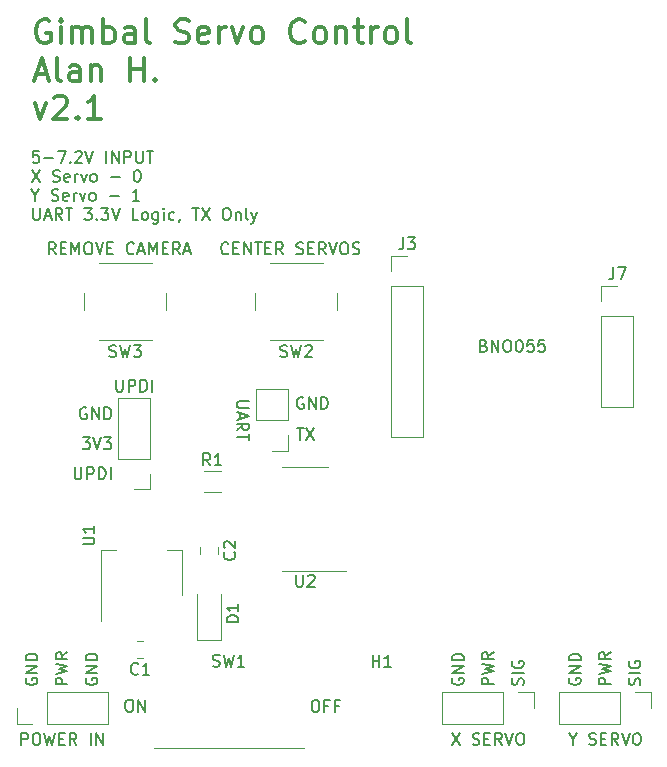
<source format=gbr>
%TF.GenerationSoftware,KiCad,Pcbnew,6.0.7-f9a2dced07~116~ubuntu22.04.1*%
%TF.CreationDate,2022-09-11T17:13:33-04:00*%
%TF.ProjectId,gimbal,67696d62-616c-42e6-9b69-6361645f7063,rev?*%
%TF.SameCoordinates,Original*%
%TF.FileFunction,Legend,Top*%
%TF.FilePolarity,Positive*%
%FSLAX46Y46*%
G04 Gerber Fmt 4.6, Leading zero omitted, Abs format (unit mm)*
G04 Created by KiCad (PCBNEW 6.0.7-f9a2dced07~116~ubuntu22.04.1) date 2022-09-11 17:13:33*
%MOMM*%
%LPD*%
G01*
G04 APERTURE LIST*
%ADD10C,0.150000*%
%ADD11C,0.300000*%
%ADD12C,0.120000*%
G04 APERTURE END LIST*
D10*
X145512404Y-95639000D02*
X145417166Y-95591380D01*
X145274309Y-95591380D01*
X145131452Y-95639000D01*
X145036214Y-95734238D01*
X144988595Y-95829476D01*
X144940976Y-96019952D01*
X144940976Y-96162809D01*
X144988595Y-96353285D01*
X145036214Y-96448523D01*
X145131452Y-96543761D01*
X145274309Y-96591380D01*
X145369547Y-96591380D01*
X145512404Y-96543761D01*
X145560023Y-96496142D01*
X145560023Y-96162809D01*
X145369547Y-96162809D01*
X145988595Y-96591380D02*
X145988595Y-95591380D01*
X146560023Y-96591380D01*
X146560023Y-95591380D01*
X147036214Y-96591380D02*
X147036214Y-95591380D01*
X147274309Y-95591380D01*
X147417166Y-95639000D01*
X147512404Y-95734238D01*
X147560023Y-95829476D01*
X147607642Y-96019952D01*
X147607642Y-96162809D01*
X147560023Y-96353285D01*
X147512404Y-96448523D01*
X147417166Y-96543761D01*
X147274309Y-96591380D01*
X147036214Y-96591380D01*
X168044000Y-119409595D02*
X167996380Y-119504833D01*
X167996380Y-119647690D01*
X168044000Y-119790547D01*
X168139238Y-119885785D01*
X168234476Y-119933404D01*
X168424952Y-119981023D01*
X168567809Y-119981023D01*
X168758285Y-119933404D01*
X168853523Y-119885785D01*
X168948761Y-119790547D01*
X168996380Y-119647690D01*
X168996380Y-119552452D01*
X168948761Y-119409595D01*
X168901142Y-119361976D01*
X168567809Y-119361976D01*
X168567809Y-119552452D01*
X168996380Y-118933404D02*
X167996380Y-118933404D01*
X168996380Y-118361976D01*
X167996380Y-118361976D01*
X168996380Y-117885785D02*
X167996380Y-117885785D01*
X167996380Y-117647690D01*
X168044000Y-117504833D01*
X168139238Y-117409595D01*
X168234476Y-117361976D01*
X168424952Y-117314357D01*
X168567809Y-117314357D01*
X168758285Y-117361976D01*
X168853523Y-117409595D01*
X168948761Y-117504833D01*
X168996380Y-117647690D01*
X168996380Y-117885785D01*
X158138000Y-119409595D02*
X158090380Y-119504833D01*
X158090380Y-119647690D01*
X158138000Y-119790547D01*
X158233238Y-119885785D01*
X158328476Y-119933404D01*
X158518952Y-119981023D01*
X158661809Y-119981023D01*
X158852285Y-119933404D01*
X158947523Y-119885785D01*
X159042761Y-119790547D01*
X159090380Y-119647690D01*
X159090380Y-119552452D01*
X159042761Y-119409595D01*
X158995142Y-119361976D01*
X158661809Y-119361976D01*
X158661809Y-119552452D01*
X159090380Y-118933404D02*
X158090380Y-118933404D01*
X159090380Y-118361976D01*
X158090380Y-118361976D01*
X159090380Y-117885785D02*
X158090380Y-117885785D01*
X158090380Y-117647690D01*
X158138000Y-117504833D01*
X158233238Y-117409595D01*
X158328476Y-117361976D01*
X158518952Y-117314357D01*
X158661809Y-117314357D01*
X158852285Y-117361976D01*
X158947523Y-117409595D01*
X159042761Y-117504833D01*
X159090380Y-117647690D01*
X159090380Y-117885785D01*
X168322095Y-124563190D02*
X168322095Y-125039380D01*
X167988761Y-124039380D02*
X168322095Y-124563190D01*
X168655428Y-124039380D01*
X169703047Y-124991761D02*
X169845904Y-125039380D01*
X170084000Y-125039380D01*
X170179238Y-124991761D01*
X170226857Y-124944142D01*
X170274476Y-124848904D01*
X170274476Y-124753666D01*
X170226857Y-124658428D01*
X170179238Y-124610809D01*
X170084000Y-124563190D01*
X169893523Y-124515571D01*
X169798285Y-124467952D01*
X169750666Y-124420333D01*
X169703047Y-124325095D01*
X169703047Y-124229857D01*
X169750666Y-124134619D01*
X169798285Y-124087000D01*
X169893523Y-124039380D01*
X170131619Y-124039380D01*
X170274476Y-124087000D01*
X170703047Y-124515571D02*
X171036380Y-124515571D01*
X171179238Y-125039380D02*
X170703047Y-125039380D01*
X170703047Y-124039380D01*
X171179238Y-124039380D01*
X172179238Y-125039380D02*
X171845904Y-124563190D01*
X171607809Y-125039380D02*
X171607809Y-124039380D01*
X171988761Y-124039380D01*
X172084000Y-124087000D01*
X172131619Y-124134619D01*
X172179238Y-124229857D01*
X172179238Y-124372714D01*
X172131619Y-124467952D01*
X172084000Y-124515571D01*
X171988761Y-124563190D01*
X171607809Y-124563190D01*
X172464952Y-124039380D02*
X172798285Y-125039380D01*
X173131619Y-124039380D01*
X173655428Y-124039380D02*
X173845904Y-124039380D01*
X173941142Y-124087000D01*
X174036380Y-124182238D01*
X174084000Y-124372714D01*
X174084000Y-124706047D01*
X174036380Y-124896523D01*
X173941142Y-124991761D01*
X173845904Y-125039380D01*
X173655428Y-125039380D01*
X173560190Y-124991761D01*
X173464952Y-124896523D01*
X173417333Y-124706047D01*
X173417333Y-124372714D01*
X173464952Y-124182238D01*
X173560190Y-124087000D01*
X173655428Y-124039380D01*
X161630380Y-119933404D02*
X160630380Y-119933404D01*
X160630380Y-119552452D01*
X160678000Y-119457214D01*
X160725619Y-119409595D01*
X160820857Y-119361976D01*
X160963714Y-119361976D01*
X161058952Y-119409595D01*
X161106571Y-119457214D01*
X161154190Y-119552452D01*
X161154190Y-119933404D01*
X160630380Y-119028642D02*
X161630380Y-118790547D01*
X160916095Y-118600071D01*
X161630380Y-118409595D01*
X160630380Y-118171500D01*
X161630380Y-117219119D02*
X161154190Y-117552452D01*
X161630380Y-117790547D02*
X160630380Y-117790547D01*
X160630380Y-117409595D01*
X160678000Y-117314357D01*
X160725619Y-117266738D01*
X160820857Y-117219119D01*
X160963714Y-117219119D01*
X161058952Y-117266738D01*
X161106571Y-117314357D01*
X161154190Y-117409595D01*
X161154190Y-117790547D01*
X122055000Y-119409595D02*
X122007380Y-119504833D01*
X122007380Y-119647690D01*
X122055000Y-119790547D01*
X122150238Y-119885785D01*
X122245476Y-119933404D01*
X122435952Y-119981023D01*
X122578809Y-119981023D01*
X122769285Y-119933404D01*
X122864523Y-119885785D01*
X122959761Y-119790547D01*
X123007380Y-119647690D01*
X123007380Y-119552452D01*
X122959761Y-119409595D01*
X122912142Y-119361976D01*
X122578809Y-119361976D01*
X122578809Y-119552452D01*
X123007380Y-118933404D02*
X122007380Y-118933404D01*
X123007380Y-118361976D01*
X122007380Y-118361976D01*
X123007380Y-117885785D02*
X122007380Y-117885785D01*
X122007380Y-117647690D01*
X122055000Y-117504833D01*
X122150238Y-117409595D01*
X122245476Y-117361976D01*
X122435952Y-117314357D01*
X122578809Y-117314357D01*
X122769285Y-117361976D01*
X122864523Y-117409595D01*
X122959761Y-117504833D01*
X123007380Y-117647690D01*
X123007380Y-117885785D01*
X127156785Y-96528000D02*
X127061547Y-96480380D01*
X126918690Y-96480380D01*
X126775833Y-96528000D01*
X126680595Y-96623238D01*
X126632976Y-96718476D01*
X126585357Y-96908952D01*
X126585357Y-97051809D01*
X126632976Y-97242285D01*
X126680595Y-97337523D01*
X126775833Y-97432761D01*
X126918690Y-97480380D01*
X127013928Y-97480380D01*
X127156785Y-97432761D01*
X127204404Y-97385142D01*
X127204404Y-97051809D01*
X127013928Y-97051809D01*
X127632976Y-97480380D02*
X127632976Y-96480380D01*
X128204404Y-97480380D01*
X128204404Y-96480380D01*
X128680595Y-97480380D02*
X128680595Y-96480380D01*
X128918690Y-96480380D01*
X129061547Y-96528000D01*
X129156785Y-96623238D01*
X129204404Y-96718476D01*
X129252023Y-96908952D01*
X129252023Y-97051809D01*
X129204404Y-97242285D01*
X129156785Y-97337523D01*
X129061547Y-97432761D01*
X128918690Y-97480380D01*
X128680595Y-97480380D01*
D11*
X124019809Y-63725000D02*
X123829333Y-63629761D01*
X123543619Y-63629761D01*
X123257904Y-63725000D01*
X123067428Y-63915476D01*
X122972190Y-64105952D01*
X122876952Y-64486904D01*
X122876952Y-64772619D01*
X122972190Y-65153571D01*
X123067428Y-65344047D01*
X123257904Y-65534523D01*
X123543619Y-65629761D01*
X123734095Y-65629761D01*
X124019809Y-65534523D01*
X124115047Y-65439285D01*
X124115047Y-64772619D01*
X123734095Y-64772619D01*
X124972190Y-65629761D02*
X124972190Y-64296428D01*
X124972190Y-63629761D02*
X124876952Y-63725000D01*
X124972190Y-63820238D01*
X125067428Y-63725000D01*
X124972190Y-63629761D01*
X124972190Y-63820238D01*
X125924571Y-65629761D02*
X125924571Y-64296428D01*
X125924571Y-64486904D02*
X126019809Y-64391666D01*
X126210285Y-64296428D01*
X126496000Y-64296428D01*
X126686476Y-64391666D01*
X126781714Y-64582142D01*
X126781714Y-65629761D01*
X126781714Y-64582142D02*
X126876952Y-64391666D01*
X127067428Y-64296428D01*
X127353142Y-64296428D01*
X127543619Y-64391666D01*
X127638857Y-64582142D01*
X127638857Y-65629761D01*
X128591238Y-65629761D02*
X128591238Y-63629761D01*
X128591238Y-64391666D02*
X128781714Y-64296428D01*
X129162666Y-64296428D01*
X129353142Y-64391666D01*
X129448380Y-64486904D01*
X129543619Y-64677380D01*
X129543619Y-65248809D01*
X129448380Y-65439285D01*
X129353142Y-65534523D01*
X129162666Y-65629761D01*
X128781714Y-65629761D01*
X128591238Y-65534523D01*
X131257904Y-65629761D02*
X131257904Y-64582142D01*
X131162666Y-64391666D01*
X130972190Y-64296428D01*
X130591238Y-64296428D01*
X130400761Y-64391666D01*
X131257904Y-65534523D02*
X131067428Y-65629761D01*
X130591238Y-65629761D01*
X130400761Y-65534523D01*
X130305523Y-65344047D01*
X130305523Y-65153571D01*
X130400761Y-64963095D01*
X130591238Y-64867857D01*
X131067428Y-64867857D01*
X131257904Y-64772619D01*
X132496000Y-65629761D02*
X132305523Y-65534523D01*
X132210285Y-65344047D01*
X132210285Y-63629761D01*
X134686476Y-65534523D02*
X134972190Y-65629761D01*
X135448380Y-65629761D01*
X135638857Y-65534523D01*
X135734095Y-65439285D01*
X135829333Y-65248809D01*
X135829333Y-65058333D01*
X135734095Y-64867857D01*
X135638857Y-64772619D01*
X135448380Y-64677380D01*
X135067428Y-64582142D01*
X134876952Y-64486904D01*
X134781714Y-64391666D01*
X134686476Y-64201190D01*
X134686476Y-64010714D01*
X134781714Y-63820238D01*
X134876952Y-63725000D01*
X135067428Y-63629761D01*
X135543619Y-63629761D01*
X135829333Y-63725000D01*
X137448380Y-65534523D02*
X137257904Y-65629761D01*
X136876952Y-65629761D01*
X136686476Y-65534523D01*
X136591238Y-65344047D01*
X136591238Y-64582142D01*
X136686476Y-64391666D01*
X136876952Y-64296428D01*
X137257904Y-64296428D01*
X137448380Y-64391666D01*
X137543619Y-64582142D01*
X137543619Y-64772619D01*
X136591238Y-64963095D01*
X138400761Y-65629761D02*
X138400761Y-64296428D01*
X138400761Y-64677380D02*
X138496000Y-64486904D01*
X138591238Y-64391666D01*
X138781714Y-64296428D01*
X138972190Y-64296428D01*
X139448380Y-64296428D02*
X139924571Y-65629761D01*
X140400761Y-64296428D01*
X141448380Y-65629761D02*
X141257904Y-65534523D01*
X141162666Y-65439285D01*
X141067428Y-65248809D01*
X141067428Y-64677380D01*
X141162666Y-64486904D01*
X141257904Y-64391666D01*
X141448380Y-64296428D01*
X141734095Y-64296428D01*
X141924571Y-64391666D01*
X142019809Y-64486904D01*
X142115047Y-64677380D01*
X142115047Y-65248809D01*
X142019809Y-65439285D01*
X141924571Y-65534523D01*
X141734095Y-65629761D01*
X141448380Y-65629761D01*
X145638857Y-65439285D02*
X145543619Y-65534523D01*
X145257904Y-65629761D01*
X145067428Y-65629761D01*
X144781714Y-65534523D01*
X144591238Y-65344047D01*
X144496000Y-65153571D01*
X144400761Y-64772619D01*
X144400761Y-64486904D01*
X144496000Y-64105952D01*
X144591238Y-63915476D01*
X144781714Y-63725000D01*
X145067428Y-63629761D01*
X145257904Y-63629761D01*
X145543619Y-63725000D01*
X145638857Y-63820238D01*
X146781714Y-65629761D02*
X146591238Y-65534523D01*
X146496000Y-65439285D01*
X146400761Y-65248809D01*
X146400761Y-64677380D01*
X146496000Y-64486904D01*
X146591238Y-64391666D01*
X146781714Y-64296428D01*
X147067428Y-64296428D01*
X147257904Y-64391666D01*
X147353142Y-64486904D01*
X147448380Y-64677380D01*
X147448380Y-65248809D01*
X147353142Y-65439285D01*
X147257904Y-65534523D01*
X147067428Y-65629761D01*
X146781714Y-65629761D01*
X148305523Y-64296428D02*
X148305523Y-65629761D01*
X148305523Y-64486904D02*
X148400761Y-64391666D01*
X148591238Y-64296428D01*
X148876952Y-64296428D01*
X149067428Y-64391666D01*
X149162666Y-64582142D01*
X149162666Y-65629761D01*
X149829333Y-64296428D02*
X150591238Y-64296428D01*
X150115047Y-63629761D02*
X150115047Y-65344047D01*
X150210285Y-65534523D01*
X150400761Y-65629761D01*
X150591238Y-65629761D01*
X151257904Y-65629761D02*
X151257904Y-64296428D01*
X151257904Y-64677380D02*
X151353142Y-64486904D01*
X151448380Y-64391666D01*
X151638857Y-64296428D01*
X151829333Y-64296428D01*
X152781714Y-65629761D02*
X152591238Y-65534523D01*
X152496000Y-65439285D01*
X152400761Y-65248809D01*
X152400761Y-64677380D01*
X152496000Y-64486904D01*
X152591238Y-64391666D01*
X152781714Y-64296428D01*
X153067428Y-64296428D01*
X153257904Y-64391666D01*
X153353142Y-64486904D01*
X153448380Y-64677380D01*
X153448380Y-65248809D01*
X153353142Y-65439285D01*
X153257904Y-65534523D01*
X153067428Y-65629761D01*
X152781714Y-65629761D01*
X154591238Y-65629761D02*
X154400761Y-65534523D01*
X154305523Y-65344047D01*
X154305523Y-63629761D01*
X122876952Y-68278333D02*
X123829333Y-68278333D01*
X122686476Y-68849761D02*
X123353142Y-66849761D01*
X124019809Y-68849761D01*
X124972190Y-68849761D02*
X124781714Y-68754523D01*
X124686476Y-68564047D01*
X124686476Y-66849761D01*
X126591238Y-68849761D02*
X126591238Y-67802142D01*
X126496000Y-67611666D01*
X126305523Y-67516428D01*
X125924571Y-67516428D01*
X125734095Y-67611666D01*
X126591238Y-68754523D02*
X126400761Y-68849761D01*
X125924571Y-68849761D01*
X125734095Y-68754523D01*
X125638857Y-68564047D01*
X125638857Y-68373571D01*
X125734095Y-68183095D01*
X125924571Y-68087857D01*
X126400761Y-68087857D01*
X126591238Y-67992619D01*
X127543619Y-67516428D02*
X127543619Y-68849761D01*
X127543619Y-67706904D02*
X127638857Y-67611666D01*
X127829333Y-67516428D01*
X128115047Y-67516428D01*
X128305523Y-67611666D01*
X128400761Y-67802142D01*
X128400761Y-68849761D01*
X130876952Y-68849761D02*
X130876952Y-66849761D01*
X130876952Y-67802142D02*
X132019809Y-67802142D01*
X132019809Y-68849761D02*
X132019809Y-66849761D01*
X132972190Y-68659285D02*
X133067428Y-68754523D01*
X132972190Y-68849761D01*
X132876952Y-68754523D01*
X132972190Y-68659285D01*
X132972190Y-68849761D01*
X122781714Y-70736428D02*
X123257904Y-72069761D01*
X123734095Y-70736428D01*
X124400761Y-70260238D02*
X124496000Y-70165000D01*
X124686476Y-70069761D01*
X125162666Y-70069761D01*
X125353142Y-70165000D01*
X125448380Y-70260238D01*
X125543619Y-70450714D01*
X125543619Y-70641190D01*
X125448380Y-70926904D01*
X124305523Y-72069761D01*
X125543619Y-72069761D01*
X126400761Y-71879285D02*
X126496000Y-71974523D01*
X126400761Y-72069761D01*
X126305523Y-71974523D01*
X126400761Y-71879285D01*
X126400761Y-72069761D01*
X128400761Y-72069761D02*
X127257904Y-72069761D01*
X127829333Y-72069761D02*
X127829333Y-70069761D01*
X127638857Y-70355476D01*
X127448380Y-70545952D01*
X127257904Y-70641190D01*
D10*
X144972738Y-98258380D02*
X145544166Y-98258380D01*
X145258452Y-99258380D02*
X145258452Y-98258380D01*
X145782261Y-98258380D02*
X146448928Y-99258380D01*
X146448928Y-98258380D02*
X145782261Y-99258380D01*
X171536380Y-119933404D02*
X170536380Y-119933404D01*
X170536380Y-119552452D01*
X170584000Y-119457214D01*
X170631619Y-119409595D01*
X170726857Y-119361976D01*
X170869714Y-119361976D01*
X170964952Y-119409595D01*
X171012571Y-119457214D01*
X171060190Y-119552452D01*
X171060190Y-119933404D01*
X170536380Y-119028642D02*
X171536380Y-118790547D01*
X170822095Y-118600071D01*
X171536380Y-118409595D01*
X170536380Y-118171500D01*
X171536380Y-117219119D02*
X171060190Y-117552452D01*
X171536380Y-117790547D02*
X170536380Y-117790547D01*
X170536380Y-117409595D01*
X170584000Y-117314357D01*
X170631619Y-117266738D01*
X170726857Y-117219119D01*
X170869714Y-117219119D01*
X170964952Y-117266738D01*
X171012571Y-117314357D01*
X171060190Y-117409595D01*
X171060190Y-117790547D01*
X140882619Y-95940761D02*
X140073095Y-95940761D01*
X139977857Y-95988380D01*
X139930238Y-96036000D01*
X139882619Y-96131238D01*
X139882619Y-96321714D01*
X139930238Y-96416952D01*
X139977857Y-96464571D01*
X140073095Y-96512190D01*
X140882619Y-96512190D01*
X140168333Y-96940761D02*
X140168333Y-97416952D01*
X139882619Y-96845523D02*
X140882619Y-97178857D01*
X139882619Y-97512190D01*
X139882619Y-98416952D02*
X140358809Y-98083619D01*
X139882619Y-97845523D02*
X140882619Y-97845523D01*
X140882619Y-98226476D01*
X140835000Y-98321714D01*
X140787380Y-98369333D01*
X140692142Y-98416952D01*
X140549285Y-98416952D01*
X140454047Y-98369333D01*
X140406428Y-98321714D01*
X140358809Y-98226476D01*
X140358809Y-97845523D01*
X140882619Y-98702666D02*
X140882619Y-99274095D01*
X139882619Y-98988380D02*
X140882619Y-98988380D01*
X164122761Y-119981023D02*
X164170380Y-119838166D01*
X164170380Y-119600071D01*
X164122761Y-119504833D01*
X164075142Y-119457214D01*
X163979904Y-119409595D01*
X163884666Y-119409595D01*
X163789428Y-119457214D01*
X163741809Y-119504833D01*
X163694190Y-119600071D01*
X163646571Y-119790547D01*
X163598952Y-119885785D01*
X163551333Y-119933404D01*
X163456095Y-119981023D01*
X163360857Y-119981023D01*
X163265619Y-119933404D01*
X163218000Y-119885785D01*
X163170380Y-119790547D01*
X163170380Y-119552452D01*
X163218000Y-119409595D01*
X164170380Y-118981023D02*
X163170380Y-118981023D01*
X163218000Y-117981023D02*
X163170380Y-118076261D01*
X163170380Y-118219119D01*
X163218000Y-118361976D01*
X163313238Y-118457214D01*
X163408476Y-118504833D01*
X163598952Y-118552452D01*
X163741809Y-118552452D01*
X163932285Y-118504833D01*
X164027523Y-118457214D01*
X164122761Y-118361976D01*
X164170380Y-118219119D01*
X164170380Y-118123880D01*
X164122761Y-117981023D01*
X164075142Y-117933404D01*
X163741809Y-117933404D01*
X163741809Y-118123880D01*
X127135000Y-119409595D02*
X127087380Y-119504833D01*
X127087380Y-119647690D01*
X127135000Y-119790547D01*
X127230238Y-119885785D01*
X127325476Y-119933404D01*
X127515952Y-119981023D01*
X127658809Y-119981023D01*
X127849285Y-119933404D01*
X127944523Y-119885785D01*
X128039761Y-119790547D01*
X128087380Y-119647690D01*
X128087380Y-119552452D01*
X128039761Y-119409595D01*
X127992142Y-119361976D01*
X127658809Y-119361976D01*
X127658809Y-119552452D01*
X128087380Y-118933404D02*
X127087380Y-118933404D01*
X128087380Y-118361976D01*
X127087380Y-118361976D01*
X128087380Y-117885785D02*
X127087380Y-117885785D01*
X127087380Y-117647690D01*
X127135000Y-117504833D01*
X127230238Y-117409595D01*
X127325476Y-117361976D01*
X127515952Y-117314357D01*
X127658809Y-117314357D01*
X127849285Y-117361976D01*
X127944523Y-117409595D01*
X128039761Y-117504833D01*
X128087380Y-117647690D01*
X128087380Y-117885785D01*
X121642619Y-125039380D02*
X121642619Y-124039380D01*
X122023571Y-124039380D01*
X122118809Y-124087000D01*
X122166428Y-124134619D01*
X122214047Y-124229857D01*
X122214047Y-124372714D01*
X122166428Y-124467952D01*
X122118809Y-124515571D01*
X122023571Y-124563190D01*
X121642619Y-124563190D01*
X122833095Y-124039380D02*
X123023571Y-124039380D01*
X123118809Y-124087000D01*
X123214047Y-124182238D01*
X123261666Y-124372714D01*
X123261666Y-124706047D01*
X123214047Y-124896523D01*
X123118809Y-124991761D01*
X123023571Y-125039380D01*
X122833095Y-125039380D01*
X122737857Y-124991761D01*
X122642619Y-124896523D01*
X122595000Y-124706047D01*
X122595000Y-124372714D01*
X122642619Y-124182238D01*
X122737857Y-124087000D01*
X122833095Y-124039380D01*
X123595000Y-124039380D02*
X123833095Y-125039380D01*
X124023571Y-124325095D01*
X124214047Y-125039380D01*
X124452142Y-124039380D01*
X124833095Y-124515571D02*
X125166428Y-124515571D01*
X125309285Y-125039380D02*
X124833095Y-125039380D01*
X124833095Y-124039380D01*
X125309285Y-124039380D01*
X126309285Y-125039380D02*
X125975952Y-124563190D01*
X125737857Y-125039380D02*
X125737857Y-124039380D01*
X126118809Y-124039380D01*
X126214047Y-124087000D01*
X126261666Y-124134619D01*
X126309285Y-124229857D01*
X126309285Y-124372714D01*
X126261666Y-124467952D01*
X126214047Y-124515571D01*
X126118809Y-124563190D01*
X125737857Y-124563190D01*
X127499761Y-125039380D02*
X127499761Y-124039380D01*
X127975952Y-125039380D02*
X127975952Y-124039380D01*
X128547380Y-125039380D01*
X128547380Y-124039380D01*
X158082761Y-124039380D02*
X158749428Y-125039380D01*
X158749428Y-124039380D02*
X158082761Y-125039380D01*
X159844666Y-124991761D02*
X159987523Y-125039380D01*
X160225619Y-125039380D01*
X160320857Y-124991761D01*
X160368476Y-124944142D01*
X160416095Y-124848904D01*
X160416095Y-124753666D01*
X160368476Y-124658428D01*
X160320857Y-124610809D01*
X160225619Y-124563190D01*
X160035142Y-124515571D01*
X159939904Y-124467952D01*
X159892285Y-124420333D01*
X159844666Y-124325095D01*
X159844666Y-124229857D01*
X159892285Y-124134619D01*
X159939904Y-124087000D01*
X160035142Y-124039380D01*
X160273238Y-124039380D01*
X160416095Y-124087000D01*
X160844666Y-124515571D02*
X161178000Y-124515571D01*
X161320857Y-125039380D02*
X160844666Y-125039380D01*
X160844666Y-124039380D01*
X161320857Y-124039380D01*
X162320857Y-125039380D02*
X161987523Y-124563190D01*
X161749428Y-125039380D02*
X161749428Y-124039380D01*
X162130380Y-124039380D01*
X162225619Y-124087000D01*
X162273238Y-124134619D01*
X162320857Y-124229857D01*
X162320857Y-124372714D01*
X162273238Y-124467952D01*
X162225619Y-124515571D01*
X162130380Y-124563190D01*
X161749428Y-124563190D01*
X162606571Y-124039380D02*
X162939904Y-125039380D01*
X163273238Y-124039380D01*
X163797047Y-124039380D02*
X163987523Y-124039380D01*
X164082761Y-124087000D01*
X164178000Y-124182238D01*
X164225619Y-124372714D01*
X164225619Y-124706047D01*
X164178000Y-124896523D01*
X164082761Y-124991761D01*
X163987523Y-125039380D01*
X163797047Y-125039380D01*
X163701809Y-124991761D01*
X163606571Y-124896523D01*
X163558952Y-124706047D01*
X163558952Y-124372714D01*
X163606571Y-124182238D01*
X163701809Y-124087000D01*
X163797047Y-124039380D01*
X174013761Y-119981023D02*
X174061380Y-119838166D01*
X174061380Y-119600071D01*
X174013761Y-119504833D01*
X173966142Y-119457214D01*
X173870904Y-119409595D01*
X173775666Y-119409595D01*
X173680428Y-119457214D01*
X173632809Y-119504833D01*
X173585190Y-119600071D01*
X173537571Y-119790547D01*
X173489952Y-119885785D01*
X173442333Y-119933404D01*
X173347095Y-119981023D01*
X173251857Y-119981023D01*
X173156619Y-119933404D01*
X173109000Y-119885785D01*
X173061380Y-119790547D01*
X173061380Y-119552452D01*
X173109000Y-119409595D01*
X174061380Y-118981023D02*
X173061380Y-118981023D01*
X173109000Y-117981023D02*
X173061380Y-118076261D01*
X173061380Y-118219119D01*
X173109000Y-118361976D01*
X173204238Y-118457214D01*
X173299476Y-118504833D01*
X173489952Y-118552452D01*
X173632809Y-118552452D01*
X173823285Y-118504833D01*
X173918523Y-118457214D01*
X174013761Y-118361976D01*
X174061380Y-118219119D01*
X174061380Y-118123880D01*
X174013761Y-117981023D01*
X173966142Y-117933404D01*
X173632809Y-117933404D01*
X173632809Y-118123880D01*
X123112785Y-74761380D02*
X122636595Y-74761380D01*
X122588976Y-75237571D01*
X122636595Y-75189952D01*
X122731833Y-75142333D01*
X122969928Y-75142333D01*
X123065166Y-75189952D01*
X123112785Y-75237571D01*
X123160404Y-75332809D01*
X123160404Y-75570904D01*
X123112785Y-75666142D01*
X123065166Y-75713761D01*
X122969928Y-75761380D01*
X122731833Y-75761380D01*
X122636595Y-75713761D01*
X122588976Y-75666142D01*
X123588976Y-75380428D02*
X124350880Y-75380428D01*
X124731833Y-74761380D02*
X125398500Y-74761380D01*
X124969928Y-75761380D01*
X125779452Y-75666142D02*
X125827071Y-75713761D01*
X125779452Y-75761380D01*
X125731833Y-75713761D01*
X125779452Y-75666142D01*
X125779452Y-75761380D01*
X126208023Y-74856619D02*
X126255642Y-74809000D01*
X126350880Y-74761380D01*
X126588976Y-74761380D01*
X126684214Y-74809000D01*
X126731833Y-74856619D01*
X126779452Y-74951857D01*
X126779452Y-75047095D01*
X126731833Y-75189952D01*
X126160404Y-75761380D01*
X126779452Y-75761380D01*
X127065166Y-74761380D02*
X127398500Y-75761380D01*
X127731833Y-74761380D01*
X128827071Y-75761380D02*
X128827071Y-74761380D01*
X129303261Y-75761380D02*
X129303261Y-74761380D01*
X129874690Y-75761380D01*
X129874690Y-74761380D01*
X130350880Y-75761380D02*
X130350880Y-74761380D01*
X130731833Y-74761380D01*
X130827071Y-74809000D01*
X130874690Y-74856619D01*
X130922309Y-74951857D01*
X130922309Y-75094714D01*
X130874690Y-75189952D01*
X130827071Y-75237571D01*
X130731833Y-75285190D01*
X130350880Y-75285190D01*
X131350880Y-74761380D02*
X131350880Y-75570904D01*
X131398500Y-75666142D01*
X131446119Y-75713761D01*
X131541357Y-75761380D01*
X131731833Y-75761380D01*
X131827071Y-75713761D01*
X131874690Y-75666142D01*
X131922309Y-75570904D01*
X131922309Y-74761380D01*
X132255642Y-74761380D02*
X132827071Y-74761380D01*
X132541357Y-75761380D02*
X132541357Y-74761380D01*
X122541357Y-76371380D02*
X123208023Y-77371380D01*
X123208023Y-76371380D02*
X122541357Y-77371380D01*
X124303261Y-77323761D02*
X124446119Y-77371380D01*
X124684214Y-77371380D01*
X124779452Y-77323761D01*
X124827071Y-77276142D01*
X124874690Y-77180904D01*
X124874690Y-77085666D01*
X124827071Y-76990428D01*
X124779452Y-76942809D01*
X124684214Y-76895190D01*
X124493738Y-76847571D01*
X124398500Y-76799952D01*
X124350880Y-76752333D01*
X124303261Y-76657095D01*
X124303261Y-76561857D01*
X124350880Y-76466619D01*
X124398500Y-76419000D01*
X124493738Y-76371380D01*
X124731833Y-76371380D01*
X124874690Y-76419000D01*
X125684214Y-77323761D02*
X125588976Y-77371380D01*
X125398500Y-77371380D01*
X125303261Y-77323761D01*
X125255642Y-77228523D01*
X125255642Y-76847571D01*
X125303261Y-76752333D01*
X125398500Y-76704714D01*
X125588976Y-76704714D01*
X125684214Y-76752333D01*
X125731833Y-76847571D01*
X125731833Y-76942809D01*
X125255642Y-77038047D01*
X126160404Y-77371380D02*
X126160404Y-76704714D01*
X126160404Y-76895190D02*
X126208023Y-76799952D01*
X126255642Y-76752333D01*
X126350880Y-76704714D01*
X126446119Y-76704714D01*
X126684214Y-76704714D02*
X126922309Y-77371380D01*
X127160404Y-76704714D01*
X127684214Y-77371380D02*
X127588976Y-77323761D01*
X127541357Y-77276142D01*
X127493738Y-77180904D01*
X127493738Y-76895190D01*
X127541357Y-76799952D01*
X127588976Y-76752333D01*
X127684214Y-76704714D01*
X127827071Y-76704714D01*
X127922309Y-76752333D01*
X127969928Y-76799952D01*
X128017547Y-76895190D01*
X128017547Y-77180904D01*
X127969928Y-77276142D01*
X127922309Y-77323761D01*
X127827071Y-77371380D01*
X127684214Y-77371380D01*
X129208023Y-76990428D02*
X129969928Y-76990428D01*
X131398500Y-76371380D02*
X131493738Y-76371380D01*
X131588976Y-76419000D01*
X131636595Y-76466619D01*
X131684214Y-76561857D01*
X131731833Y-76752333D01*
X131731833Y-76990428D01*
X131684214Y-77180904D01*
X131636595Y-77276142D01*
X131588976Y-77323761D01*
X131493738Y-77371380D01*
X131398500Y-77371380D01*
X131303261Y-77323761D01*
X131255642Y-77276142D01*
X131208023Y-77180904D01*
X131160404Y-76990428D01*
X131160404Y-76752333D01*
X131208023Y-76561857D01*
X131255642Y-76466619D01*
X131303261Y-76419000D01*
X131398500Y-76371380D01*
X122827071Y-78505190D02*
X122827071Y-78981380D01*
X122493738Y-77981380D02*
X122827071Y-78505190D01*
X123160404Y-77981380D01*
X124208023Y-78933761D02*
X124350880Y-78981380D01*
X124588976Y-78981380D01*
X124684214Y-78933761D01*
X124731833Y-78886142D01*
X124779452Y-78790904D01*
X124779452Y-78695666D01*
X124731833Y-78600428D01*
X124684214Y-78552809D01*
X124588976Y-78505190D01*
X124398500Y-78457571D01*
X124303261Y-78409952D01*
X124255642Y-78362333D01*
X124208023Y-78267095D01*
X124208023Y-78171857D01*
X124255642Y-78076619D01*
X124303261Y-78029000D01*
X124398500Y-77981380D01*
X124636595Y-77981380D01*
X124779452Y-78029000D01*
X125588976Y-78933761D02*
X125493738Y-78981380D01*
X125303261Y-78981380D01*
X125208023Y-78933761D01*
X125160404Y-78838523D01*
X125160404Y-78457571D01*
X125208023Y-78362333D01*
X125303261Y-78314714D01*
X125493738Y-78314714D01*
X125588976Y-78362333D01*
X125636595Y-78457571D01*
X125636595Y-78552809D01*
X125160404Y-78648047D01*
X126065166Y-78981380D02*
X126065166Y-78314714D01*
X126065166Y-78505190D02*
X126112785Y-78409952D01*
X126160404Y-78362333D01*
X126255642Y-78314714D01*
X126350880Y-78314714D01*
X126588976Y-78314714D02*
X126827071Y-78981380D01*
X127065166Y-78314714D01*
X127588976Y-78981380D02*
X127493738Y-78933761D01*
X127446119Y-78886142D01*
X127398500Y-78790904D01*
X127398500Y-78505190D01*
X127446119Y-78409952D01*
X127493738Y-78362333D01*
X127588976Y-78314714D01*
X127731833Y-78314714D01*
X127827071Y-78362333D01*
X127874690Y-78409952D01*
X127922309Y-78505190D01*
X127922309Y-78790904D01*
X127874690Y-78886142D01*
X127827071Y-78933761D01*
X127731833Y-78981380D01*
X127588976Y-78981380D01*
X129112785Y-78600428D02*
X129874690Y-78600428D01*
X131636595Y-78981380D02*
X131065166Y-78981380D01*
X131350880Y-78981380D02*
X131350880Y-77981380D01*
X131255642Y-78124238D01*
X131160404Y-78219476D01*
X131065166Y-78267095D01*
X122636595Y-79591380D02*
X122636595Y-80400904D01*
X122684214Y-80496142D01*
X122731833Y-80543761D01*
X122827071Y-80591380D01*
X123017547Y-80591380D01*
X123112785Y-80543761D01*
X123160404Y-80496142D01*
X123208023Y-80400904D01*
X123208023Y-79591380D01*
X123636595Y-80305666D02*
X124112785Y-80305666D01*
X123541357Y-80591380D02*
X123874690Y-79591380D01*
X124208023Y-80591380D01*
X125112785Y-80591380D02*
X124779452Y-80115190D01*
X124541357Y-80591380D02*
X124541357Y-79591380D01*
X124922309Y-79591380D01*
X125017547Y-79639000D01*
X125065166Y-79686619D01*
X125112785Y-79781857D01*
X125112785Y-79924714D01*
X125065166Y-80019952D01*
X125017547Y-80067571D01*
X124922309Y-80115190D01*
X124541357Y-80115190D01*
X125398500Y-79591380D02*
X125969928Y-79591380D01*
X125684214Y-80591380D02*
X125684214Y-79591380D01*
X126969928Y-79591380D02*
X127588976Y-79591380D01*
X127255642Y-79972333D01*
X127398500Y-79972333D01*
X127493738Y-80019952D01*
X127541357Y-80067571D01*
X127588976Y-80162809D01*
X127588976Y-80400904D01*
X127541357Y-80496142D01*
X127493738Y-80543761D01*
X127398500Y-80591380D01*
X127112785Y-80591380D01*
X127017547Y-80543761D01*
X126969928Y-80496142D01*
X128017547Y-80496142D02*
X128065166Y-80543761D01*
X128017547Y-80591380D01*
X127969928Y-80543761D01*
X128017547Y-80496142D01*
X128017547Y-80591380D01*
X128398500Y-79591380D02*
X129017547Y-79591380D01*
X128684214Y-79972333D01*
X128827071Y-79972333D01*
X128922309Y-80019952D01*
X128969928Y-80067571D01*
X129017547Y-80162809D01*
X129017547Y-80400904D01*
X128969928Y-80496142D01*
X128922309Y-80543761D01*
X128827071Y-80591380D01*
X128541357Y-80591380D01*
X128446119Y-80543761D01*
X128398500Y-80496142D01*
X129303261Y-79591380D02*
X129636595Y-80591380D01*
X129969928Y-79591380D01*
X131541357Y-80591380D02*
X131065166Y-80591380D01*
X131065166Y-79591380D01*
X132017547Y-80591380D02*
X131922309Y-80543761D01*
X131874690Y-80496142D01*
X131827071Y-80400904D01*
X131827071Y-80115190D01*
X131874690Y-80019952D01*
X131922309Y-79972333D01*
X132017547Y-79924714D01*
X132160404Y-79924714D01*
X132255642Y-79972333D01*
X132303261Y-80019952D01*
X132350880Y-80115190D01*
X132350880Y-80400904D01*
X132303261Y-80496142D01*
X132255642Y-80543761D01*
X132160404Y-80591380D01*
X132017547Y-80591380D01*
X133208023Y-79924714D02*
X133208023Y-80734238D01*
X133160404Y-80829476D01*
X133112785Y-80877095D01*
X133017547Y-80924714D01*
X132874690Y-80924714D01*
X132779452Y-80877095D01*
X133208023Y-80543761D02*
X133112785Y-80591380D01*
X132922309Y-80591380D01*
X132827071Y-80543761D01*
X132779452Y-80496142D01*
X132731833Y-80400904D01*
X132731833Y-80115190D01*
X132779452Y-80019952D01*
X132827071Y-79972333D01*
X132922309Y-79924714D01*
X133112785Y-79924714D01*
X133208023Y-79972333D01*
X133684214Y-80591380D02*
X133684214Y-79924714D01*
X133684214Y-79591380D02*
X133636595Y-79639000D01*
X133684214Y-79686619D01*
X133731833Y-79639000D01*
X133684214Y-79591380D01*
X133684214Y-79686619D01*
X134588976Y-80543761D02*
X134493738Y-80591380D01*
X134303261Y-80591380D01*
X134208023Y-80543761D01*
X134160404Y-80496142D01*
X134112785Y-80400904D01*
X134112785Y-80115190D01*
X134160404Y-80019952D01*
X134208023Y-79972333D01*
X134303261Y-79924714D01*
X134493738Y-79924714D01*
X134588976Y-79972333D01*
X135065166Y-80543761D02*
X135065166Y-80591380D01*
X135017547Y-80686619D01*
X134969928Y-80734238D01*
X136112785Y-79591380D02*
X136684214Y-79591380D01*
X136398500Y-80591380D02*
X136398500Y-79591380D01*
X136922309Y-79591380D02*
X137588976Y-80591380D01*
X137588976Y-79591380D02*
X136922309Y-80591380D01*
X138922309Y-79591380D02*
X139112785Y-79591380D01*
X139208023Y-79639000D01*
X139303261Y-79734238D01*
X139350880Y-79924714D01*
X139350880Y-80258047D01*
X139303261Y-80448523D01*
X139208023Y-80543761D01*
X139112785Y-80591380D01*
X138922309Y-80591380D01*
X138827071Y-80543761D01*
X138731833Y-80448523D01*
X138684214Y-80258047D01*
X138684214Y-79924714D01*
X138731833Y-79734238D01*
X138827071Y-79639000D01*
X138922309Y-79591380D01*
X139779452Y-79924714D02*
X139779452Y-80591380D01*
X139779452Y-80019952D02*
X139827071Y-79972333D01*
X139922309Y-79924714D01*
X140065166Y-79924714D01*
X140160404Y-79972333D01*
X140208023Y-80067571D01*
X140208023Y-80591380D01*
X140827071Y-80591380D02*
X140731833Y-80543761D01*
X140684214Y-80448523D01*
X140684214Y-79591380D01*
X141112785Y-79924714D02*
X141350880Y-80591380D01*
X141588976Y-79924714D02*
X141350880Y-80591380D01*
X141255642Y-80829476D01*
X141208023Y-80877095D01*
X141112785Y-80924714D01*
X125547380Y-119933404D02*
X124547380Y-119933404D01*
X124547380Y-119552452D01*
X124595000Y-119457214D01*
X124642619Y-119409595D01*
X124737857Y-119361976D01*
X124880714Y-119361976D01*
X124975952Y-119409595D01*
X125023571Y-119457214D01*
X125071190Y-119552452D01*
X125071190Y-119933404D01*
X124547380Y-119028642D02*
X125547380Y-118790547D01*
X124833095Y-118600071D01*
X125547380Y-118409595D01*
X124547380Y-118171500D01*
X125547380Y-117219119D02*
X125071190Y-117552452D01*
X125547380Y-117790547D02*
X124547380Y-117790547D01*
X124547380Y-117409595D01*
X124595000Y-117314357D01*
X124642619Y-117266738D01*
X124737857Y-117219119D01*
X124880714Y-117219119D01*
X124975952Y-117266738D01*
X125023571Y-117314357D01*
X125071190Y-117409595D01*
X125071190Y-117790547D01*
X160790238Y-91241571D02*
X160933095Y-91289190D01*
X160980714Y-91336809D01*
X161028333Y-91432047D01*
X161028333Y-91574904D01*
X160980714Y-91670142D01*
X160933095Y-91717761D01*
X160837857Y-91765380D01*
X160456904Y-91765380D01*
X160456904Y-90765380D01*
X160790238Y-90765380D01*
X160885476Y-90813000D01*
X160933095Y-90860619D01*
X160980714Y-90955857D01*
X160980714Y-91051095D01*
X160933095Y-91146333D01*
X160885476Y-91193952D01*
X160790238Y-91241571D01*
X160456904Y-91241571D01*
X161456904Y-91765380D02*
X161456904Y-90765380D01*
X162028333Y-91765380D01*
X162028333Y-90765380D01*
X162695000Y-90765380D02*
X162885476Y-90765380D01*
X162980714Y-90813000D01*
X163075952Y-90908238D01*
X163123571Y-91098714D01*
X163123571Y-91432047D01*
X163075952Y-91622523D01*
X162980714Y-91717761D01*
X162885476Y-91765380D01*
X162695000Y-91765380D01*
X162599761Y-91717761D01*
X162504523Y-91622523D01*
X162456904Y-91432047D01*
X162456904Y-91098714D01*
X162504523Y-90908238D01*
X162599761Y-90813000D01*
X162695000Y-90765380D01*
X163742619Y-90765380D02*
X163837857Y-90765380D01*
X163933095Y-90813000D01*
X163980714Y-90860619D01*
X164028333Y-90955857D01*
X164075952Y-91146333D01*
X164075952Y-91384428D01*
X164028333Y-91574904D01*
X163980714Y-91670142D01*
X163933095Y-91717761D01*
X163837857Y-91765380D01*
X163742619Y-91765380D01*
X163647380Y-91717761D01*
X163599761Y-91670142D01*
X163552142Y-91574904D01*
X163504523Y-91384428D01*
X163504523Y-91146333D01*
X163552142Y-90955857D01*
X163599761Y-90860619D01*
X163647380Y-90813000D01*
X163742619Y-90765380D01*
X164980714Y-90765380D02*
X164504523Y-90765380D01*
X164456904Y-91241571D01*
X164504523Y-91193952D01*
X164599761Y-91146333D01*
X164837857Y-91146333D01*
X164933095Y-91193952D01*
X164980714Y-91241571D01*
X165028333Y-91336809D01*
X165028333Y-91574904D01*
X164980714Y-91670142D01*
X164933095Y-91717761D01*
X164837857Y-91765380D01*
X164599761Y-91765380D01*
X164504523Y-91717761D01*
X164456904Y-91670142D01*
X165933095Y-90765380D02*
X165456904Y-90765380D01*
X165409285Y-91241571D01*
X165456904Y-91193952D01*
X165552142Y-91146333D01*
X165790238Y-91146333D01*
X165885476Y-91193952D01*
X165933095Y-91241571D01*
X165980714Y-91336809D01*
X165980714Y-91574904D01*
X165933095Y-91670142D01*
X165885476Y-91717761D01*
X165790238Y-91765380D01*
X165552142Y-91765380D01*
X165456904Y-91717761D01*
X165409285Y-91670142D01*
X126156785Y-101560380D02*
X126156785Y-102369904D01*
X126204404Y-102465142D01*
X126252023Y-102512761D01*
X126347261Y-102560380D01*
X126537738Y-102560380D01*
X126632976Y-102512761D01*
X126680595Y-102465142D01*
X126728214Y-102369904D01*
X126728214Y-101560380D01*
X127204404Y-102560380D02*
X127204404Y-101560380D01*
X127585357Y-101560380D01*
X127680595Y-101608000D01*
X127728214Y-101655619D01*
X127775833Y-101750857D01*
X127775833Y-101893714D01*
X127728214Y-101988952D01*
X127680595Y-102036571D01*
X127585357Y-102084190D01*
X127204404Y-102084190D01*
X128204404Y-102560380D02*
X128204404Y-101560380D01*
X128442500Y-101560380D01*
X128585357Y-101608000D01*
X128680595Y-101703238D01*
X128728214Y-101798476D01*
X128775833Y-101988952D01*
X128775833Y-102131809D01*
X128728214Y-102322285D01*
X128680595Y-102417523D01*
X128585357Y-102512761D01*
X128442500Y-102560380D01*
X128204404Y-102560380D01*
X129204404Y-102560380D02*
X129204404Y-101560380D01*
X126823452Y-99020380D02*
X127442500Y-99020380D01*
X127109166Y-99401333D01*
X127252023Y-99401333D01*
X127347261Y-99448952D01*
X127394880Y-99496571D01*
X127442500Y-99591809D01*
X127442500Y-99829904D01*
X127394880Y-99925142D01*
X127347261Y-99972761D01*
X127252023Y-100020380D01*
X126966309Y-100020380D01*
X126871071Y-99972761D01*
X126823452Y-99925142D01*
X127728214Y-99020380D02*
X128061547Y-100020380D01*
X128394880Y-99020380D01*
X128632976Y-99020380D02*
X129252023Y-99020380D01*
X128918690Y-99401333D01*
X129061547Y-99401333D01*
X129156785Y-99448952D01*
X129204404Y-99496571D01*
X129252023Y-99591809D01*
X129252023Y-99829904D01*
X129204404Y-99925142D01*
X129156785Y-99972761D01*
X129061547Y-100020380D01*
X128775833Y-100020380D01*
X128680595Y-99972761D01*
X128632976Y-99925142D01*
%TO.C,SW3*%
X129095666Y-92157761D02*
X129238523Y-92205380D01*
X129476619Y-92205380D01*
X129571857Y-92157761D01*
X129619476Y-92110142D01*
X129667095Y-92014904D01*
X129667095Y-91919666D01*
X129619476Y-91824428D01*
X129571857Y-91776809D01*
X129476619Y-91729190D01*
X129286142Y-91681571D01*
X129190904Y-91633952D01*
X129143285Y-91586333D01*
X129095666Y-91491095D01*
X129095666Y-91395857D01*
X129143285Y-91300619D01*
X129190904Y-91253000D01*
X129286142Y-91205380D01*
X129524238Y-91205380D01*
X129667095Y-91253000D01*
X130000428Y-91205380D02*
X130238523Y-92205380D01*
X130429000Y-91491095D01*
X130619476Y-92205380D01*
X130857571Y-91205380D01*
X131143285Y-91205380D02*
X131762333Y-91205380D01*
X131429000Y-91586333D01*
X131571857Y-91586333D01*
X131667095Y-91633952D01*
X131714714Y-91681571D01*
X131762333Y-91776809D01*
X131762333Y-92014904D01*
X131714714Y-92110142D01*
X131667095Y-92157761D01*
X131571857Y-92205380D01*
X131286142Y-92205380D01*
X131190904Y-92157761D01*
X131143285Y-92110142D01*
X124548047Y-83505380D02*
X124214714Y-83029190D01*
X123976619Y-83505380D02*
X123976619Y-82505380D01*
X124357571Y-82505380D01*
X124452809Y-82553000D01*
X124500428Y-82600619D01*
X124548047Y-82695857D01*
X124548047Y-82838714D01*
X124500428Y-82933952D01*
X124452809Y-82981571D01*
X124357571Y-83029190D01*
X123976619Y-83029190D01*
X124976619Y-82981571D02*
X125309952Y-82981571D01*
X125452809Y-83505380D02*
X124976619Y-83505380D01*
X124976619Y-82505380D01*
X125452809Y-82505380D01*
X125881380Y-83505380D02*
X125881380Y-82505380D01*
X126214714Y-83219666D01*
X126548047Y-82505380D01*
X126548047Y-83505380D01*
X127214714Y-82505380D02*
X127405190Y-82505380D01*
X127500428Y-82553000D01*
X127595666Y-82648238D01*
X127643285Y-82838714D01*
X127643285Y-83172047D01*
X127595666Y-83362523D01*
X127500428Y-83457761D01*
X127405190Y-83505380D01*
X127214714Y-83505380D01*
X127119476Y-83457761D01*
X127024238Y-83362523D01*
X126976619Y-83172047D01*
X126976619Y-82838714D01*
X127024238Y-82648238D01*
X127119476Y-82553000D01*
X127214714Y-82505380D01*
X127929000Y-82505380D02*
X128262333Y-83505380D01*
X128595666Y-82505380D01*
X128929000Y-82981571D02*
X129262333Y-82981571D01*
X129405190Y-83505380D02*
X128929000Y-83505380D01*
X128929000Y-82505380D01*
X129405190Y-82505380D01*
X131167095Y-83410142D02*
X131119476Y-83457761D01*
X130976619Y-83505380D01*
X130881380Y-83505380D01*
X130738523Y-83457761D01*
X130643285Y-83362523D01*
X130595666Y-83267285D01*
X130548047Y-83076809D01*
X130548047Y-82933952D01*
X130595666Y-82743476D01*
X130643285Y-82648238D01*
X130738523Y-82553000D01*
X130881380Y-82505380D01*
X130976619Y-82505380D01*
X131119476Y-82553000D01*
X131167095Y-82600619D01*
X131548047Y-83219666D02*
X132024238Y-83219666D01*
X131452809Y-83505380D02*
X131786142Y-82505380D01*
X132119476Y-83505380D01*
X132452809Y-83505380D02*
X132452809Y-82505380D01*
X132786142Y-83219666D01*
X133119476Y-82505380D01*
X133119476Y-83505380D01*
X133595666Y-82981571D02*
X133929000Y-82981571D01*
X134071857Y-83505380D02*
X133595666Y-83505380D01*
X133595666Y-82505380D01*
X134071857Y-82505380D01*
X135071857Y-83505380D02*
X134738523Y-83029190D01*
X134500428Y-83505380D02*
X134500428Y-82505380D01*
X134881380Y-82505380D01*
X134976619Y-82553000D01*
X135024238Y-82600619D01*
X135071857Y-82695857D01*
X135071857Y-82838714D01*
X135024238Y-82933952D01*
X134976619Y-82981571D01*
X134881380Y-83029190D01*
X134500428Y-83029190D01*
X135452809Y-83219666D02*
X135929000Y-83219666D01*
X135357571Y-83505380D02*
X135690904Y-82505380D01*
X136024238Y-83505380D01*
%TO.C,SW2*%
X143573666Y-92157761D02*
X143716523Y-92205380D01*
X143954619Y-92205380D01*
X144049857Y-92157761D01*
X144097476Y-92110142D01*
X144145095Y-92014904D01*
X144145095Y-91919666D01*
X144097476Y-91824428D01*
X144049857Y-91776809D01*
X143954619Y-91729190D01*
X143764142Y-91681571D01*
X143668904Y-91633952D01*
X143621285Y-91586333D01*
X143573666Y-91491095D01*
X143573666Y-91395857D01*
X143621285Y-91300619D01*
X143668904Y-91253000D01*
X143764142Y-91205380D01*
X144002238Y-91205380D01*
X144145095Y-91253000D01*
X144478428Y-91205380D02*
X144716523Y-92205380D01*
X144907000Y-91491095D01*
X145097476Y-92205380D01*
X145335571Y-91205380D01*
X145668904Y-91300619D02*
X145716523Y-91253000D01*
X145811761Y-91205380D01*
X146049857Y-91205380D01*
X146145095Y-91253000D01*
X146192714Y-91300619D01*
X146240333Y-91395857D01*
X146240333Y-91491095D01*
X146192714Y-91633952D01*
X145621285Y-92205380D01*
X146240333Y-92205380D01*
X139168904Y-83410142D02*
X139121285Y-83457761D01*
X138978428Y-83505380D01*
X138883190Y-83505380D01*
X138740333Y-83457761D01*
X138645095Y-83362523D01*
X138597476Y-83267285D01*
X138549857Y-83076809D01*
X138549857Y-82933952D01*
X138597476Y-82743476D01*
X138645095Y-82648238D01*
X138740333Y-82553000D01*
X138883190Y-82505380D01*
X138978428Y-82505380D01*
X139121285Y-82553000D01*
X139168904Y-82600619D01*
X139597476Y-82981571D02*
X139930809Y-82981571D01*
X140073666Y-83505380D02*
X139597476Y-83505380D01*
X139597476Y-82505380D01*
X140073666Y-82505380D01*
X140502238Y-83505380D02*
X140502238Y-82505380D01*
X141073666Y-83505380D01*
X141073666Y-82505380D01*
X141407000Y-82505380D02*
X141978428Y-82505380D01*
X141692714Y-83505380D02*
X141692714Y-82505380D01*
X142311761Y-82981571D02*
X142645095Y-82981571D01*
X142787952Y-83505380D02*
X142311761Y-83505380D01*
X142311761Y-82505380D01*
X142787952Y-82505380D01*
X143787952Y-83505380D02*
X143454619Y-83029190D01*
X143216523Y-83505380D02*
X143216523Y-82505380D01*
X143597476Y-82505380D01*
X143692714Y-82553000D01*
X143740333Y-82600619D01*
X143787952Y-82695857D01*
X143787952Y-82838714D01*
X143740333Y-82933952D01*
X143692714Y-82981571D01*
X143597476Y-83029190D01*
X143216523Y-83029190D01*
X144930809Y-83457761D02*
X145073666Y-83505380D01*
X145311761Y-83505380D01*
X145407000Y-83457761D01*
X145454619Y-83410142D01*
X145502238Y-83314904D01*
X145502238Y-83219666D01*
X145454619Y-83124428D01*
X145407000Y-83076809D01*
X145311761Y-83029190D01*
X145121285Y-82981571D01*
X145026047Y-82933952D01*
X144978428Y-82886333D01*
X144930809Y-82791095D01*
X144930809Y-82695857D01*
X144978428Y-82600619D01*
X145026047Y-82553000D01*
X145121285Y-82505380D01*
X145359380Y-82505380D01*
X145502238Y-82553000D01*
X145930809Y-82981571D02*
X146264142Y-82981571D01*
X146407000Y-83505380D02*
X145930809Y-83505380D01*
X145930809Y-82505380D01*
X146407000Y-82505380D01*
X147407000Y-83505380D02*
X147073666Y-83029190D01*
X146835571Y-83505380D02*
X146835571Y-82505380D01*
X147216523Y-82505380D01*
X147311761Y-82553000D01*
X147359380Y-82600619D01*
X147407000Y-82695857D01*
X147407000Y-82838714D01*
X147359380Y-82933952D01*
X147311761Y-82981571D01*
X147216523Y-83029190D01*
X146835571Y-83029190D01*
X147692714Y-82505380D02*
X148026047Y-83505380D01*
X148359380Y-82505380D01*
X148883190Y-82505380D02*
X149073666Y-82505380D01*
X149168904Y-82553000D01*
X149264142Y-82648238D01*
X149311761Y-82838714D01*
X149311761Y-83172047D01*
X149264142Y-83362523D01*
X149168904Y-83457761D01*
X149073666Y-83505380D01*
X148883190Y-83505380D01*
X148787952Y-83457761D01*
X148692714Y-83362523D01*
X148645095Y-83172047D01*
X148645095Y-82838714D01*
X148692714Y-82648238D01*
X148787952Y-82553000D01*
X148883190Y-82505380D01*
X149692714Y-83457761D02*
X149835571Y-83505380D01*
X150073666Y-83505380D01*
X150168904Y-83457761D01*
X150216523Y-83410142D01*
X150264142Y-83314904D01*
X150264142Y-83219666D01*
X150216523Y-83124428D01*
X150168904Y-83076809D01*
X150073666Y-83029190D01*
X149883190Y-82981571D01*
X149787952Y-82933952D01*
X149740333Y-82886333D01*
X149692714Y-82791095D01*
X149692714Y-82695857D01*
X149740333Y-82600619D01*
X149787952Y-82553000D01*
X149883190Y-82505380D01*
X150121285Y-82505380D01*
X150264142Y-82553000D01*
%TO.C,C1*%
X131532333Y-119004142D02*
X131484714Y-119051761D01*
X131341857Y-119099380D01*
X131246619Y-119099380D01*
X131103761Y-119051761D01*
X131008523Y-118956523D01*
X130960904Y-118861285D01*
X130913285Y-118670809D01*
X130913285Y-118527952D01*
X130960904Y-118337476D01*
X131008523Y-118242238D01*
X131103761Y-118147000D01*
X131246619Y-118099380D01*
X131341857Y-118099380D01*
X131484714Y-118147000D01*
X131532333Y-118194619D01*
X132484714Y-119099380D02*
X131913285Y-119099380D01*
X132199000Y-119099380D02*
X132199000Y-118099380D01*
X132103761Y-118242238D01*
X132008523Y-118337476D01*
X131913285Y-118385095D01*
%TO.C,C2*%
X139676142Y-108751666D02*
X139723761Y-108799285D01*
X139771380Y-108942142D01*
X139771380Y-109037380D01*
X139723761Y-109180238D01*
X139628523Y-109275476D01*
X139533285Y-109323095D01*
X139342809Y-109370714D01*
X139199952Y-109370714D01*
X139009476Y-109323095D01*
X138914238Y-109275476D01*
X138819000Y-109180238D01*
X138771380Y-109037380D01*
X138771380Y-108942142D01*
X138819000Y-108799285D01*
X138866619Y-108751666D01*
X138866619Y-108370714D02*
X138819000Y-108323095D01*
X138771380Y-108227857D01*
X138771380Y-107989761D01*
X138819000Y-107894523D01*
X138866619Y-107846904D01*
X138961857Y-107799285D01*
X139057095Y-107799285D01*
X139199952Y-107846904D01*
X139771380Y-108418333D01*
X139771380Y-107799285D01*
%TO.C,D1*%
X140025380Y-114657095D02*
X139025380Y-114657095D01*
X139025380Y-114419000D01*
X139073000Y-114276142D01*
X139168238Y-114180904D01*
X139263476Y-114133285D01*
X139453952Y-114085666D01*
X139596809Y-114085666D01*
X139787285Y-114133285D01*
X139882523Y-114180904D01*
X139977761Y-114276142D01*
X140025380Y-114419000D01*
X140025380Y-114657095D01*
X140025380Y-113133285D02*
X140025380Y-113704714D01*
X140025380Y-113419000D02*
X139025380Y-113419000D01*
X139168238Y-113514238D01*
X139263476Y-113609476D01*
X139311095Y-113704714D01*
%TO.C,J2*%
X129667190Y-94135380D02*
X129667190Y-94944904D01*
X129714809Y-95040142D01*
X129762428Y-95087761D01*
X129857666Y-95135380D01*
X130048142Y-95135380D01*
X130143380Y-95087761D01*
X130191000Y-95040142D01*
X130238619Y-94944904D01*
X130238619Y-94135380D01*
X130714809Y-95135380D02*
X130714809Y-94135380D01*
X131095761Y-94135380D01*
X131191000Y-94183000D01*
X131238619Y-94230619D01*
X131286238Y-94325857D01*
X131286238Y-94468714D01*
X131238619Y-94563952D01*
X131191000Y-94611571D01*
X131095761Y-94659190D01*
X130714809Y-94659190D01*
X131714809Y-95135380D02*
X131714809Y-94135380D01*
X131952904Y-94135380D01*
X132095761Y-94183000D01*
X132191000Y-94278238D01*
X132238619Y-94373476D01*
X132286238Y-94563952D01*
X132286238Y-94706809D01*
X132238619Y-94897285D01*
X132191000Y-94992523D01*
X132095761Y-95087761D01*
X131952904Y-95135380D01*
X131714809Y-95135380D01*
X132714809Y-95135380D02*
X132714809Y-94135380D01*
%TO.C,J3*%
X153971666Y-82085380D02*
X153971666Y-82799666D01*
X153924047Y-82942523D01*
X153828809Y-83037761D01*
X153685952Y-83085380D01*
X153590714Y-83085380D01*
X154352619Y-82085380D02*
X154971666Y-82085380D01*
X154638333Y-82466333D01*
X154781190Y-82466333D01*
X154876428Y-82513952D01*
X154924047Y-82561571D01*
X154971666Y-82656809D01*
X154971666Y-82894904D01*
X154924047Y-82990142D01*
X154876428Y-83037761D01*
X154781190Y-83085380D01*
X154495476Y-83085380D01*
X154400238Y-83037761D01*
X154352619Y-82990142D01*
%TO.C,J7*%
X171751666Y-84625380D02*
X171751666Y-85339666D01*
X171704047Y-85482523D01*
X171608809Y-85577761D01*
X171465952Y-85625380D01*
X171370714Y-85625380D01*
X172132619Y-84625380D02*
X172799285Y-84625380D01*
X172370714Y-85625380D01*
%TO.C,R1*%
X137628333Y-101375380D02*
X137295000Y-100899190D01*
X137056904Y-101375380D02*
X137056904Y-100375380D01*
X137437857Y-100375380D01*
X137533095Y-100423000D01*
X137580714Y-100470619D01*
X137628333Y-100565857D01*
X137628333Y-100708714D01*
X137580714Y-100803952D01*
X137533095Y-100851571D01*
X137437857Y-100899190D01*
X137056904Y-100899190D01*
X138580714Y-101375380D02*
X138009285Y-101375380D01*
X138295000Y-101375380D02*
X138295000Y-100375380D01*
X138199761Y-100518238D01*
X138104523Y-100613476D01*
X138009285Y-100661095D01*
%TO.C,U1*%
X126833380Y-108076904D02*
X127642904Y-108076904D01*
X127738142Y-108029285D01*
X127785761Y-107981666D01*
X127833380Y-107886428D01*
X127833380Y-107695952D01*
X127785761Y-107600714D01*
X127738142Y-107553095D01*
X127642904Y-107505476D01*
X126833380Y-107505476D01*
X127833380Y-106505476D02*
X127833380Y-107076904D01*
X127833380Y-106791190D02*
X126833380Y-106791190D01*
X126976238Y-106886428D01*
X127071476Y-106981666D01*
X127119095Y-107076904D01*
%TO.C,U2*%
X144907095Y-110650380D02*
X144907095Y-111459904D01*
X144954714Y-111555142D01*
X145002333Y-111602761D01*
X145097571Y-111650380D01*
X145288047Y-111650380D01*
X145383285Y-111602761D01*
X145430904Y-111555142D01*
X145478523Y-111459904D01*
X145478523Y-110650380D01*
X145907095Y-110745619D02*
X145954714Y-110698000D01*
X146049952Y-110650380D01*
X146288047Y-110650380D01*
X146383285Y-110698000D01*
X146430904Y-110745619D01*
X146478523Y-110840857D01*
X146478523Y-110936095D01*
X146430904Y-111078952D01*
X145859476Y-111650380D01*
X146478523Y-111650380D01*
%TO.C,H1*%
X151384095Y-118426380D02*
X151384095Y-117426380D01*
X151384095Y-117902571D02*
X151955523Y-117902571D01*
X151955523Y-118426380D02*
X151955523Y-117426380D01*
X152955523Y-118426380D02*
X152384095Y-118426380D01*
X152669809Y-118426380D02*
X152669809Y-117426380D01*
X152574571Y-117569238D01*
X152479333Y-117664476D01*
X152384095Y-117712095D01*
%TO.C,SW1*%
X137858666Y-118365761D02*
X138001523Y-118413380D01*
X138239619Y-118413380D01*
X138334857Y-118365761D01*
X138382476Y-118318142D01*
X138430095Y-118222904D01*
X138430095Y-118127666D01*
X138382476Y-118032428D01*
X138334857Y-117984809D01*
X138239619Y-117937190D01*
X138049142Y-117889571D01*
X137953904Y-117841952D01*
X137906285Y-117794333D01*
X137858666Y-117699095D01*
X137858666Y-117603857D01*
X137906285Y-117508619D01*
X137953904Y-117461000D01*
X138049142Y-117413380D01*
X138287238Y-117413380D01*
X138430095Y-117461000D01*
X138763428Y-117413380D02*
X139001523Y-118413380D01*
X139192000Y-117699095D01*
X139382476Y-118413380D01*
X139620571Y-117413380D01*
X140525333Y-118413380D02*
X139953904Y-118413380D01*
X140239619Y-118413380D02*
X140239619Y-117413380D01*
X140144380Y-117556238D01*
X140049142Y-117651476D01*
X139953904Y-117699095D01*
X146449071Y-121245380D02*
X146639547Y-121245380D01*
X146734785Y-121293000D01*
X146830023Y-121388238D01*
X146877642Y-121578714D01*
X146877642Y-121912047D01*
X146830023Y-122102523D01*
X146734785Y-122197761D01*
X146639547Y-122245380D01*
X146449071Y-122245380D01*
X146353833Y-122197761D01*
X146258595Y-122102523D01*
X146210976Y-121912047D01*
X146210976Y-121578714D01*
X146258595Y-121388238D01*
X146353833Y-121293000D01*
X146449071Y-121245380D01*
X147639547Y-121721571D02*
X147306214Y-121721571D01*
X147306214Y-122245380D02*
X147306214Y-121245380D01*
X147782404Y-121245380D01*
X148496690Y-121721571D02*
X148163357Y-121721571D01*
X148163357Y-122245380D02*
X148163357Y-121245380D01*
X148639547Y-121245380D01*
X130696833Y-121223380D02*
X130887309Y-121223380D01*
X130982547Y-121271000D01*
X131077785Y-121366238D01*
X131125404Y-121556714D01*
X131125404Y-121890047D01*
X131077785Y-122080523D01*
X130982547Y-122175761D01*
X130887309Y-122223380D01*
X130696833Y-122223380D01*
X130601595Y-122175761D01*
X130506357Y-122080523D01*
X130458738Y-121890047D01*
X130458738Y-121556714D01*
X130506357Y-121366238D01*
X130601595Y-121271000D01*
X130696833Y-121223380D01*
X131553976Y-122223380D02*
X131553976Y-121223380D01*
X132125404Y-122223380D01*
X132125404Y-121223380D01*
D12*
%TO.C,SW3*%
X126929000Y-86753000D02*
X126929000Y-88253000D01*
X128179000Y-90753000D02*
X132679000Y-90753000D01*
X133929000Y-88253000D02*
X133929000Y-86753000D01*
X132679000Y-84253000D02*
X128179000Y-84253000D01*
%TO.C,SW2*%
X141407000Y-86753000D02*
X141407000Y-88253000D01*
X142657000Y-90753000D02*
X147157000Y-90753000D01*
X148407000Y-88253000D02*
X148407000Y-86753000D01*
X147157000Y-84253000D02*
X142657000Y-84253000D01*
%TO.C,C1*%
X131960252Y-117702000D02*
X131437748Y-117702000D01*
X131960252Y-116232000D02*
X131437748Y-116232000D01*
%TO.C,C2*%
X136806000Y-108323748D02*
X136806000Y-108846252D01*
X138276000Y-108323748D02*
X138276000Y-108846252D01*
%TO.C,D1*%
X136541000Y-116169000D02*
X138541000Y-116169000D01*
X136541000Y-116169000D02*
X136541000Y-112269000D01*
X138541000Y-116169000D02*
X138541000Y-112269000D01*
%TO.C,J2*%
X129861000Y-100823000D02*
X129861000Y-95683000D01*
X132521000Y-102093000D02*
X132521000Y-103423000D01*
X132521000Y-103423000D02*
X131191000Y-103423000D01*
X132521000Y-100823000D02*
X129861000Y-100823000D01*
X132521000Y-100823000D02*
X132521000Y-95683000D01*
X132521000Y-95683000D02*
X129861000Y-95683000D01*
%TO.C,J3*%
X152975000Y-84963000D02*
X152975000Y-83633000D01*
X152975000Y-86233000D02*
X152975000Y-98993000D01*
X152975000Y-98993000D02*
X155635000Y-98993000D01*
X152975000Y-83633000D02*
X154305000Y-83633000D01*
X155635000Y-86233000D02*
X155635000Y-98993000D01*
X152975000Y-86233000D02*
X155635000Y-86233000D01*
%TO.C,J4*%
X157293000Y-120590000D02*
X157293000Y-123250000D01*
X165033000Y-120590000D02*
X165033000Y-121920000D01*
X163703000Y-120590000D02*
X165033000Y-120590000D01*
X162433000Y-120590000D02*
X162433000Y-123250000D01*
X162433000Y-120590000D02*
X157293000Y-120590000D01*
X162433000Y-123250000D02*
X157293000Y-123250000D01*
%TO.C,J5*%
X144205000Y-94936000D02*
X141545000Y-94936000D01*
X144205000Y-97536000D02*
X141545000Y-97536000D01*
X144205000Y-97536000D02*
X144205000Y-94936000D01*
X141545000Y-97536000D02*
X141545000Y-94936000D01*
X144205000Y-100136000D02*
X142875000Y-100136000D01*
X144205000Y-98806000D02*
X144205000Y-100136000D01*
%TO.C,J6*%
X172339000Y-123250000D02*
X167199000Y-123250000D01*
X174939000Y-120590000D02*
X174939000Y-121920000D01*
X173609000Y-120590000D02*
X174939000Y-120590000D01*
X167199000Y-120590000D02*
X167199000Y-123250000D01*
X172339000Y-120590000D02*
X172339000Y-123250000D01*
X172339000Y-120590000D02*
X167199000Y-120590000D01*
%TO.C,J7*%
X170755000Y-88773000D02*
X170755000Y-96453000D01*
X173415000Y-88773000D02*
X173415000Y-96453000D01*
X170755000Y-96453000D02*
X173415000Y-96453000D01*
X170755000Y-86173000D02*
X172085000Y-86173000D01*
X170755000Y-88773000D02*
X173415000Y-88773000D01*
X170755000Y-87503000D02*
X170755000Y-86173000D01*
%TO.C,R1*%
X137067936Y-101833000D02*
X138522064Y-101833000D01*
X137067936Y-103653000D02*
X138522064Y-103653000D01*
%TO.C,U1*%
X128416000Y-108580000D02*
X129676000Y-108580000D01*
X135236000Y-108580000D02*
X133976000Y-108580000D01*
X135236000Y-112340000D02*
X135236000Y-108580000D01*
X128416000Y-114590000D02*
X128416000Y-108580000D01*
%TO.C,U2*%
X145669000Y-101483000D02*
X143719000Y-101483000D01*
X145669000Y-110353000D02*
X149119000Y-110353000D01*
X145669000Y-110353000D02*
X143719000Y-110353000D01*
X145669000Y-101483000D02*
X147619000Y-101483000D01*
%TO.C,J1*%
X123840000Y-120590000D02*
X128980000Y-120590000D01*
X122570000Y-123250000D02*
X121240000Y-123250000D01*
X123840000Y-123250000D02*
X128980000Y-123250000D01*
X121240000Y-123250000D02*
X121240000Y-121920000D01*
X123840000Y-123250000D02*
X123840000Y-120590000D01*
X128980000Y-123250000D02*
X128980000Y-120590000D01*
%TO.C,SW1*%
X132842000Y-125311000D02*
X145542000Y-125311000D01*
%TD*%
M02*

</source>
